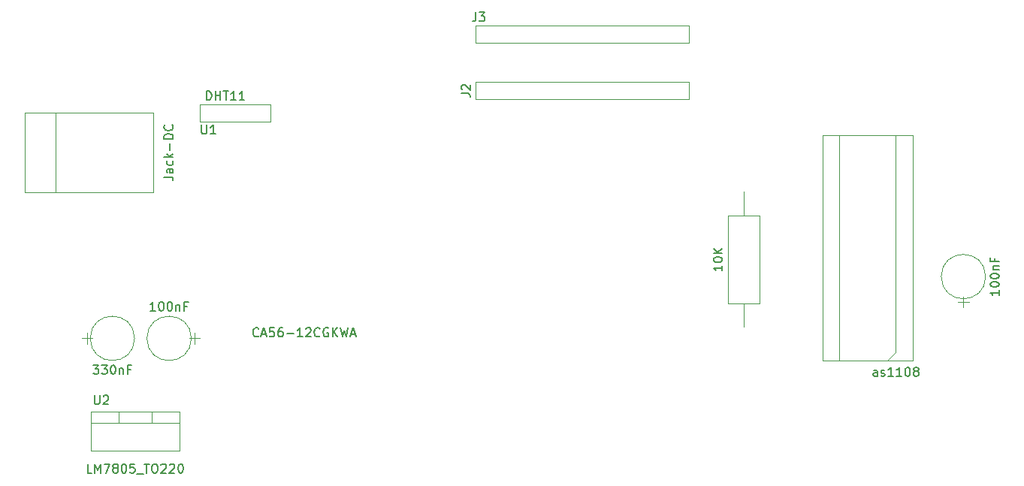
<source format=gbr>
G04 #@! TF.FileFunction,Other,Fab,Top*
%FSLAX46Y46*%
G04 Gerber Fmt 4.6, Leading zero omitted, Abs format (unit mm)*
G04 Created by KiCad (PCBNEW 4.0.7) date Fri Nov 23 17:56:45 2018*
%MOMM*%
%LPD*%
G01*
G04 APERTURE LIST*
%ADD10C,0.100000*%
%ADD11C,0.150000*%
G04 APERTURE END LIST*
D10*
X124540000Y-118150000D02*
X124540000Y-122550000D01*
X124540000Y-122550000D02*
X134540000Y-122550000D01*
X134540000Y-122550000D02*
X134540000Y-118150000D01*
X134540000Y-118150000D02*
X124540000Y-118150000D01*
X124540000Y-119420000D02*
X134540000Y-119420000D01*
X127690000Y-118150000D02*
X127690000Y-119420000D01*
X131390000Y-118150000D02*
X131390000Y-119420000D01*
X120610000Y-84400000D02*
X120610000Y-93400000D01*
X117110000Y-84400000D02*
X117110000Y-93400000D01*
X117110000Y-93400000D02*
X131610000Y-93400000D01*
X131610000Y-93400000D02*
X131610000Y-84400000D01*
X131610000Y-84400000D02*
X117110000Y-84400000D01*
X129480000Y-109855000D02*
G75*
G03X129480000Y-109855000I-2500000J0D01*
G01*
X123530000Y-109855000D02*
X124730000Y-109855000D01*
X124130000Y-109205000D02*
X124130000Y-110505000D01*
X225385000Y-102890000D02*
G75*
G03X225385000Y-102890000I-2500000J0D01*
G01*
X222885000Y-106340000D02*
X222885000Y-105140000D01*
X222235000Y-105740000D02*
X223535000Y-105740000D01*
X135870000Y-109855000D02*
G75*
G03X135870000Y-109855000I-2500000J0D01*
G01*
X136820000Y-109855000D02*
X135620000Y-109855000D01*
X136220000Y-110505000D02*
X136220000Y-109205000D01*
X199920000Y-96015000D02*
X196320000Y-96015000D01*
X196320000Y-96015000D02*
X196320000Y-105915000D01*
X196320000Y-105915000D02*
X199920000Y-105915000D01*
X199920000Y-105915000D02*
X199920000Y-96015000D01*
X198120000Y-93345000D02*
X198120000Y-96015000D01*
X198120000Y-108585000D02*
X198120000Y-105915000D01*
X214265000Y-112395000D02*
X208915000Y-112395000D01*
X208915000Y-112395000D02*
X208915000Y-86995000D01*
X208915000Y-86995000D02*
X215265000Y-86995000D01*
X215265000Y-86995000D02*
X215265000Y-111395000D01*
X215265000Y-111395000D02*
X214265000Y-112395000D01*
X217170000Y-112395000D02*
X217170000Y-86995000D01*
X217170000Y-86995000D02*
X207010000Y-86995000D01*
X207010000Y-86995000D02*
X207010000Y-112395000D01*
X207010000Y-112395000D02*
X217170000Y-112395000D01*
X167910000Y-82915000D02*
X191910000Y-82915000D01*
X191910000Y-82915000D02*
X191910000Y-80915000D01*
X191910000Y-80915000D02*
X167910000Y-80915000D01*
X167910000Y-80915000D02*
X167910000Y-82915000D01*
X167910000Y-76565000D02*
X191910000Y-76565000D01*
X191910000Y-76565000D02*
X191910000Y-74565000D01*
X191910000Y-74565000D02*
X167910000Y-74565000D01*
X167910000Y-74565000D02*
X167910000Y-76565000D01*
X136795000Y-85455000D02*
X144795000Y-85455000D01*
X144795000Y-85455000D02*
X144795000Y-83455000D01*
X144795000Y-83455000D02*
X136795000Y-83455000D01*
X136795000Y-83455000D02*
X136795000Y-85455000D01*
D11*
X124659048Y-125022381D02*
X124182857Y-125022381D01*
X124182857Y-124022381D01*
X124992381Y-125022381D02*
X124992381Y-124022381D01*
X125325715Y-124736667D01*
X125659048Y-124022381D01*
X125659048Y-125022381D01*
X126040000Y-124022381D02*
X126706667Y-124022381D01*
X126278095Y-125022381D01*
X127230476Y-124450952D02*
X127135238Y-124403333D01*
X127087619Y-124355714D01*
X127040000Y-124260476D01*
X127040000Y-124212857D01*
X127087619Y-124117619D01*
X127135238Y-124070000D01*
X127230476Y-124022381D01*
X127420953Y-124022381D01*
X127516191Y-124070000D01*
X127563810Y-124117619D01*
X127611429Y-124212857D01*
X127611429Y-124260476D01*
X127563810Y-124355714D01*
X127516191Y-124403333D01*
X127420953Y-124450952D01*
X127230476Y-124450952D01*
X127135238Y-124498571D01*
X127087619Y-124546190D01*
X127040000Y-124641429D01*
X127040000Y-124831905D01*
X127087619Y-124927143D01*
X127135238Y-124974762D01*
X127230476Y-125022381D01*
X127420953Y-125022381D01*
X127516191Y-124974762D01*
X127563810Y-124927143D01*
X127611429Y-124831905D01*
X127611429Y-124641429D01*
X127563810Y-124546190D01*
X127516191Y-124498571D01*
X127420953Y-124450952D01*
X128230476Y-124022381D02*
X128325715Y-124022381D01*
X128420953Y-124070000D01*
X128468572Y-124117619D01*
X128516191Y-124212857D01*
X128563810Y-124403333D01*
X128563810Y-124641429D01*
X128516191Y-124831905D01*
X128468572Y-124927143D01*
X128420953Y-124974762D01*
X128325715Y-125022381D01*
X128230476Y-125022381D01*
X128135238Y-124974762D01*
X128087619Y-124927143D01*
X128040000Y-124831905D01*
X127992381Y-124641429D01*
X127992381Y-124403333D01*
X128040000Y-124212857D01*
X128087619Y-124117619D01*
X128135238Y-124070000D01*
X128230476Y-124022381D01*
X129468572Y-124022381D02*
X128992381Y-124022381D01*
X128944762Y-124498571D01*
X128992381Y-124450952D01*
X129087619Y-124403333D01*
X129325715Y-124403333D01*
X129420953Y-124450952D01*
X129468572Y-124498571D01*
X129516191Y-124593810D01*
X129516191Y-124831905D01*
X129468572Y-124927143D01*
X129420953Y-124974762D01*
X129325715Y-125022381D01*
X129087619Y-125022381D01*
X128992381Y-124974762D01*
X128944762Y-124927143D01*
X129706667Y-125117619D02*
X130468572Y-125117619D01*
X130563810Y-124022381D02*
X131135239Y-124022381D01*
X130849524Y-125022381D02*
X130849524Y-124022381D01*
X131659048Y-124022381D02*
X131849525Y-124022381D01*
X131944763Y-124070000D01*
X132040001Y-124165238D01*
X132087620Y-124355714D01*
X132087620Y-124689048D01*
X132040001Y-124879524D01*
X131944763Y-124974762D01*
X131849525Y-125022381D01*
X131659048Y-125022381D01*
X131563810Y-124974762D01*
X131468572Y-124879524D01*
X131420953Y-124689048D01*
X131420953Y-124355714D01*
X131468572Y-124165238D01*
X131563810Y-124070000D01*
X131659048Y-124022381D01*
X132468572Y-124117619D02*
X132516191Y-124070000D01*
X132611429Y-124022381D01*
X132849525Y-124022381D01*
X132944763Y-124070000D01*
X132992382Y-124117619D01*
X133040001Y-124212857D01*
X133040001Y-124308095D01*
X132992382Y-124450952D01*
X132420953Y-125022381D01*
X133040001Y-125022381D01*
X133420953Y-124117619D02*
X133468572Y-124070000D01*
X133563810Y-124022381D01*
X133801906Y-124022381D01*
X133897144Y-124070000D01*
X133944763Y-124117619D01*
X133992382Y-124212857D01*
X133992382Y-124308095D01*
X133944763Y-124450952D01*
X133373334Y-125022381D01*
X133992382Y-125022381D01*
X134611429Y-124022381D02*
X134706668Y-124022381D01*
X134801906Y-124070000D01*
X134849525Y-124117619D01*
X134897144Y-124212857D01*
X134944763Y-124403333D01*
X134944763Y-124641429D01*
X134897144Y-124831905D01*
X134849525Y-124927143D01*
X134801906Y-124974762D01*
X134706668Y-125022381D01*
X134611429Y-125022381D01*
X134516191Y-124974762D01*
X134468572Y-124927143D01*
X134420953Y-124831905D01*
X134373334Y-124641429D01*
X134373334Y-124403333D01*
X134420953Y-124212857D01*
X134468572Y-124117619D01*
X134516191Y-124070000D01*
X134611429Y-124022381D01*
X124968095Y-116292381D02*
X124968095Y-117101905D01*
X125015714Y-117197143D01*
X125063333Y-117244762D01*
X125158571Y-117292381D01*
X125349048Y-117292381D01*
X125444286Y-117244762D01*
X125491905Y-117197143D01*
X125539524Y-117101905D01*
X125539524Y-116292381D01*
X125968095Y-116387619D02*
X126015714Y-116340000D01*
X126110952Y-116292381D01*
X126349048Y-116292381D01*
X126444286Y-116340000D01*
X126491905Y-116387619D01*
X126539524Y-116482857D01*
X126539524Y-116578095D01*
X126491905Y-116720952D01*
X125920476Y-117292381D01*
X126539524Y-117292381D01*
X132802381Y-91661904D02*
X133516667Y-91661904D01*
X133659524Y-91709524D01*
X133754762Y-91804762D01*
X133802381Y-91947619D01*
X133802381Y-92042857D01*
X133802381Y-90757142D02*
X133278571Y-90757142D01*
X133183333Y-90804761D01*
X133135714Y-90899999D01*
X133135714Y-91090476D01*
X133183333Y-91185714D01*
X133754762Y-90757142D02*
X133802381Y-90852380D01*
X133802381Y-91090476D01*
X133754762Y-91185714D01*
X133659524Y-91233333D01*
X133564286Y-91233333D01*
X133469048Y-91185714D01*
X133421429Y-91090476D01*
X133421429Y-90852380D01*
X133373810Y-90757142D01*
X133754762Y-89852380D02*
X133802381Y-89947618D01*
X133802381Y-90138095D01*
X133754762Y-90233333D01*
X133707143Y-90280952D01*
X133611905Y-90328571D01*
X133326190Y-90328571D01*
X133230952Y-90280952D01*
X133183333Y-90233333D01*
X133135714Y-90138095D01*
X133135714Y-89947618D01*
X133183333Y-89852380D01*
X133802381Y-89423809D02*
X132802381Y-89423809D01*
X133421429Y-89328571D02*
X133802381Y-89042856D01*
X133135714Y-89042856D02*
X133516667Y-89423809D01*
X133421429Y-88614285D02*
X133421429Y-87852380D01*
X133802381Y-87376190D02*
X132802381Y-87376190D01*
X132802381Y-87138095D01*
X132850000Y-86995237D01*
X132945238Y-86899999D01*
X133040476Y-86852380D01*
X133230952Y-86804761D01*
X133373810Y-86804761D01*
X133564286Y-86852380D01*
X133659524Y-86899999D01*
X133754762Y-86995237D01*
X133802381Y-87138095D01*
X133802381Y-87376190D01*
X133707143Y-85804761D02*
X133754762Y-85852380D01*
X133802381Y-85995237D01*
X133802381Y-86090475D01*
X133754762Y-86233333D01*
X133659524Y-86328571D01*
X133564286Y-86376190D01*
X133373810Y-86423809D01*
X133230952Y-86423809D01*
X133040476Y-86376190D01*
X132945238Y-86328571D01*
X132850000Y-86233333D01*
X132802381Y-86090475D01*
X132802381Y-85995237D01*
X132850000Y-85852380D01*
X132897619Y-85804761D01*
X143447143Y-109577143D02*
X143399524Y-109624762D01*
X143256667Y-109672381D01*
X143161429Y-109672381D01*
X143018571Y-109624762D01*
X142923333Y-109529524D01*
X142875714Y-109434286D01*
X142828095Y-109243810D01*
X142828095Y-109100952D01*
X142875714Y-108910476D01*
X142923333Y-108815238D01*
X143018571Y-108720000D01*
X143161429Y-108672381D01*
X143256667Y-108672381D01*
X143399524Y-108720000D01*
X143447143Y-108767619D01*
X143828095Y-109386667D02*
X144304286Y-109386667D01*
X143732857Y-109672381D02*
X144066190Y-108672381D01*
X144399524Y-109672381D01*
X145209048Y-108672381D02*
X144732857Y-108672381D01*
X144685238Y-109148571D01*
X144732857Y-109100952D01*
X144828095Y-109053333D01*
X145066191Y-109053333D01*
X145161429Y-109100952D01*
X145209048Y-109148571D01*
X145256667Y-109243810D01*
X145256667Y-109481905D01*
X145209048Y-109577143D01*
X145161429Y-109624762D01*
X145066191Y-109672381D01*
X144828095Y-109672381D01*
X144732857Y-109624762D01*
X144685238Y-109577143D01*
X146113810Y-108672381D02*
X145923333Y-108672381D01*
X145828095Y-108720000D01*
X145780476Y-108767619D01*
X145685238Y-108910476D01*
X145637619Y-109100952D01*
X145637619Y-109481905D01*
X145685238Y-109577143D01*
X145732857Y-109624762D01*
X145828095Y-109672381D01*
X146018572Y-109672381D01*
X146113810Y-109624762D01*
X146161429Y-109577143D01*
X146209048Y-109481905D01*
X146209048Y-109243810D01*
X146161429Y-109148571D01*
X146113810Y-109100952D01*
X146018572Y-109053333D01*
X145828095Y-109053333D01*
X145732857Y-109100952D01*
X145685238Y-109148571D01*
X145637619Y-109243810D01*
X146637619Y-109291429D02*
X147399524Y-109291429D01*
X148399524Y-109672381D02*
X147828095Y-109672381D01*
X148113809Y-109672381D02*
X148113809Y-108672381D01*
X148018571Y-108815238D01*
X147923333Y-108910476D01*
X147828095Y-108958095D01*
X148780476Y-108767619D02*
X148828095Y-108720000D01*
X148923333Y-108672381D01*
X149161429Y-108672381D01*
X149256667Y-108720000D01*
X149304286Y-108767619D01*
X149351905Y-108862857D01*
X149351905Y-108958095D01*
X149304286Y-109100952D01*
X148732857Y-109672381D01*
X149351905Y-109672381D01*
X150351905Y-109577143D02*
X150304286Y-109624762D01*
X150161429Y-109672381D01*
X150066191Y-109672381D01*
X149923333Y-109624762D01*
X149828095Y-109529524D01*
X149780476Y-109434286D01*
X149732857Y-109243810D01*
X149732857Y-109100952D01*
X149780476Y-108910476D01*
X149828095Y-108815238D01*
X149923333Y-108720000D01*
X150066191Y-108672381D01*
X150161429Y-108672381D01*
X150304286Y-108720000D01*
X150351905Y-108767619D01*
X151304286Y-108720000D02*
X151209048Y-108672381D01*
X151066191Y-108672381D01*
X150923333Y-108720000D01*
X150828095Y-108815238D01*
X150780476Y-108910476D01*
X150732857Y-109100952D01*
X150732857Y-109243810D01*
X150780476Y-109434286D01*
X150828095Y-109529524D01*
X150923333Y-109624762D01*
X151066191Y-109672381D01*
X151161429Y-109672381D01*
X151304286Y-109624762D01*
X151351905Y-109577143D01*
X151351905Y-109243810D01*
X151161429Y-109243810D01*
X151780476Y-109672381D02*
X151780476Y-108672381D01*
X152351905Y-109672381D02*
X151923333Y-109100952D01*
X152351905Y-108672381D02*
X151780476Y-109243810D01*
X152685238Y-108672381D02*
X152923333Y-109672381D01*
X153113810Y-108958095D01*
X153304286Y-109672381D01*
X153542381Y-108672381D01*
X153875714Y-109386667D02*
X154351905Y-109386667D01*
X153780476Y-109672381D02*
X154113809Y-108672381D01*
X154447143Y-109672381D01*
X124813333Y-112867381D02*
X125432381Y-112867381D01*
X125099047Y-113248333D01*
X125241905Y-113248333D01*
X125337143Y-113295952D01*
X125384762Y-113343571D01*
X125432381Y-113438810D01*
X125432381Y-113676905D01*
X125384762Y-113772143D01*
X125337143Y-113819762D01*
X125241905Y-113867381D01*
X124956190Y-113867381D01*
X124860952Y-113819762D01*
X124813333Y-113772143D01*
X125765714Y-112867381D02*
X126384762Y-112867381D01*
X126051428Y-113248333D01*
X126194286Y-113248333D01*
X126289524Y-113295952D01*
X126337143Y-113343571D01*
X126384762Y-113438810D01*
X126384762Y-113676905D01*
X126337143Y-113772143D01*
X126289524Y-113819762D01*
X126194286Y-113867381D01*
X125908571Y-113867381D01*
X125813333Y-113819762D01*
X125765714Y-113772143D01*
X127003809Y-112867381D02*
X127099048Y-112867381D01*
X127194286Y-112915000D01*
X127241905Y-112962619D01*
X127289524Y-113057857D01*
X127337143Y-113248333D01*
X127337143Y-113486429D01*
X127289524Y-113676905D01*
X127241905Y-113772143D01*
X127194286Y-113819762D01*
X127099048Y-113867381D01*
X127003809Y-113867381D01*
X126908571Y-113819762D01*
X126860952Y-113772143D01*
X126813333Y-113676905D01*
X126765714Y-113486429D01*
X126765714Y-113248333D01*
X126813333Y-113057857D01*
X126860952Y-112962619D01*
X126908571Y-112915000D01*
X127003809Y-112867381D01*
X127765714Y-113200714D02*
X127765714Y-113867381D01*
X127765714Y-113295952D02*
X127813333Y-113248333D01*
X127908571Y-113200714D01*
X128051429Y-113200714D01*
X128146667Y-113248333D01*
X128194286Y-113343571D01*
X128194286Y-113867381D01*
X129003810Y-113343571D02*
X128670476Y-113343571D01*
X128670476Y-113867381D02*
X128670476Y-112867381D01*
X129146667Y-112867381D01*
X226897381Y-104437619D02*
X226897381Y-105009048D01*
X226897381Y-104723334D02*
X225897381Y-104723334D01*
X226040238Y-104818572D01*
X226135476Y-104913810D01*
X226183095Y-105009048D01*
X225897381Y-103818572D02*
X225897381Y-103723333D01*
X225945000Y-103628095D01*
X225992619Y-103580476D01*
X226087857Y-103532857D01*
X226278333Y-103485238D01*
X226516429Y-103485238D01*
X226706905Y-103532857D01*
X226802143Y-103580476D01*
X226849762Y-103628095D01*
X226897381Y-103723333D01*
X226897381Y-103818572D01*
X226849762Y-103913810D01*
X226802143Y-103961429D01*
X226706905Y-104009048D01*
X226516429Y-104056667D01*
X226278333Y-104056667D01*
X226087857Y-104009048D01*
X225992619Y-103961429D01*
X225945000Y-103913810D01*
X225897381Y-103818572D01*
X225897381Y-102866191D02*
X225897381Y-102770952D01*
X225945000Y-102675714D01*
X225992619Y-102628095D01*
X226087857Y-102580476D01*
X226278333Y-102532857D01*
X226516429Y-102532857D01*
X226706905Y-102580476D01*
X226802143Y-102628095D01*
X226849762Y-102675714D01*
X226897381Y-102770952D01*
X226897381Y-102866191D01*
X226849762Y-102961429D01*
X226802143Y-103009048D01*
X226706905Y-103056667D01*
X226516429Y-103104286D01*
X226278333Y-103104286D01*
X226087857Y-103056667D01*
X225992619Y-103009048D01*
X225945000Y-102961429D01*
X225897381Y-102866191D01*
X226230714Y-102104286D02*
X226897381Y-102104286D01*
X226325952Y-102104286D02*
X226278333Y-102056667D01*
X226230714Y-101961429D01*
X226230714Y-101818571D01*
X226278333Y-101723333D01*
X226373571Y-101675714D01*
X226897381Y-101675714D01*
X226373571Y-100866190D02*
X226373571Y-101199524D01*
X226897381Y-101199524D02*
X225897381Y-101199524D01*
X225897381Y-100723333D01*
X131822381Y-106747381D02*
X131250952Y-106747381D01*
X131536666Y-106747381D02*
X131536666Y-105747381D01*
X131441428Y-105890238D01*
X131346190Y-105985476D01*
X131250952Y-106033095D01*
X132441428Y-105747381D02*
X132536667Y-105747381D01*
X132631905Y-105795000D01*
X132679524Y-105842619D01*
X132727143Y-105937857D01*
X132774762Y-106128333D01*
X132774762Y-106366429D01*
X132727143Y-106556905D01*
X132679524Y-106652143D01*
X132631905Y-106699762D01*
X132536667Y-106747381D01*
X132441428Y-106747381D01*
X132346190Y-106699762D01*
X132298571Y-106652143D01*
X132250952Y-106556905D01*
X132203333Y-106366429D01*
X132203333Y-106128333D01*
X132250952Y-105937857D01*
X132298571Y-105842619D01*
X132346190Y-105795000D01*
X132441428Y-105747381D01*
X133393809Y-105747381D02*
X133489048Y-105747381D01*
X133584286Y-105795000D01*
X133631905Y-105842619D01*
X133679524Y-105937857D01*
X133727143Y-106128333D01*
X133727143Y-106366429D01*
X133679524Y-106556905D01*
X133631905Y-106652143D01*
X133584286Y-106699762D01*
X133489048Y-106747381D01*
X133393809Y-106747381D01*
X133298571Y-106699762D01*
X133250952Y-106652143D01*
X133203333Y-106556905D01*
X133155714Y-106366429D01*
X133155714Y-106128333D01*
X133203333Y-105937857D01*
X133250952Y-105842619D01*
X133298571Y-105795000D01*
X133393809Y-105747381D01*
X134155714Y-106080714D02*
X134155714Y-106747381D01*
X134155714Y-106175952D02*
X134203333Y-106128333D01*
X134298571Y-106080714D01*
X134441429Y-106080714D01*
X134536667Y-106128333D01*
X134584286Y-106223571D01*
X134584286Y-106747381D01*
X135393810Y-106223571D02*
X135060476Y-106223571D01*
X135060476Y-106747381D02*
X135060476Y-105747381D01*
X135536667Y-105747381D01*
X195712381Y-101655476D02*
X195712381Y-102226905D01*
X195712381Y-101941191D02*
X194712381Y-101941191D01*
X194855238Y-102036429D01*
X194950476Y-102131667D01*
X194998095Y-102226905D01*
X194712381Y-101036429D02*
X194712381Y-100941190D01*
X194760000Y-100845952D01*
X194807619Y-100798333D01*
X194902857Y-100750714D01*
X195093333Y-100703095D01*
X195331429Y-100703095D01*
X195521905Y-100750714D01*
X195617143Y-100798333D01*
X195664762Y-100845952D01*
X195712381Y-100941190D01*
X195712381Y-101036429D01*
X195664762Y-101131667D01*
X195617143Y-101179286D01*
X195521905Y-101226905D01*
X195331429Y-101274524D01*
X195093333Y-101274524D01*
X194902857Y-101226905D01*
X194807619Y-101179286D01*
X194760000Y-101131667D01*
X194712381Y-101036429D01*
X195712381Y-100274524D02*
X194712381Y-100274524D01*
X195712381Y-99703095D02*
X195140952Y-100131667D01*
X194712381Y-99703095D02*
X195283810Y-100274524D01*
X213169762Y-114117381D02*
X213169762Y-113593571D01*
X213122143Y-113498333D01*
X213026905Y-113450714D01*
X212836428Y-113450714D01*
X212741190Y-113498333D01*
X213169762Y-114069762D02*
X213074524Y-114117381D01*
X212836428Y-114117381D01*
X212741190Y-114069762D01*
X212693571Y-113974524D01*
X212693571Y-113879286D01*
X212741190Y-113784048D01*
X212836428Y-113736429D01*
X213074524Y-113736429D01*
X213169762Y-113688810D01*
X213598333Y-114069762D02*
X213693571Y-114117381D01*
X213884047Y-114117381D01*
X213979286Y-114069762D01*
X214026905Y-113974524D01*
X214026905Y-113926905D01*
X213979286Y-113831667D01*
X213884047Y-113784048D01*
X213741190Y-113784048D01*
X213645952Y-113736429D01*
X213598333Y-113641190D01*
X213598333Y-113593571D01*
X213645952Y-113498333D01*
X213741190Y-113450714D01*
X213884047Y-113450714D01*
X213979286Y-113498333D01*
X214979286Y-114117381D02*
X214407857Y-114117381D01*
X214693571Y-114117381D02*
X214693571Y-113117381D01*
X214598333Y-113260238D01*
X214503095Y-113355476D01*
X214407857Y-113403095D01*
X215931667Y-114117381D02*
X215360238Y-114117381D01*
X215645952Y-114117381D02*
X215645952Y-113117381D01*
X215550714Y-113260238D01*
X215455476Y-113355476D01*
X215360238Y-113403095D01*
X216550714Y-113117381D02*
X216645953Y-113117381D01*
X216741191Y-113165000D01*
X216788810Y-113212619D01*
X216836429Y-113307857D01*
X216884048Y-113498333D01*
X216884048Y-113736429D01*
X216836429Y-113926905D01*
X216788810Y-114022143D01*
X216741191Y-114069762D01*
X216645953Y-114117381D01*
X216550714Y-114117381D01*
X216455476Y-114069762D01*
X216407857Y-114022143D01*
X216360238Y-113926905D01*
X216312619Y-113736429D01*
X216312619Y-113498333D01*
X216360238Y-113307857D01*
X216407857Y-113212619D01*
X216455476Y-113165000D01*
X216550714Y-113117381D01*
X217455476Y-113545952D02*
X217360238Y-113498333D01*
X217312619Y-113450714D01*
X217265000Y-113355476D01*
X217265000Y-113307857D01*
X217312619Y-113212619D01*
X217360238Y-113165000D01*
X217455476Y-113117381D01*
X217645953Y-113117381D01*
X217741191Y-113165000D01*
X217788810Y-113212619D01*
X217836429Y-113307857D01*
X217836429Y-113355476D01*
X217788810Y-113450714D01*
X217741191Y-113498333D01*
X217645953Y-113545952D01*
X217455476Y-113545952D01*
X217360238Y-113593571D01*
X217312619Y-113641190D01*
X217265000Y-113736429D01*
X217265000Y-113926905D01*
X217312619Y-114022143D01*
X217360238Y-114069762D01*
X217455476Y-114117381D01*
X217645953Y-114117381D01*
X217741191Y-114069762D01*
X217788810Y-114022143D01*
X217836429Y-113926905D01*
X217836429Y-113736429D01*
X217788810Y-113641190D01*
X217741191Y-113593571D01*
X217645953Y-113545952D01*
X166302381Y-82248333D02*
X167016667Y-82248333D01*
X167159524Y-82295953D01*
X167254762Y-82391191D01*
X167302381Y-82534048D01*
X167302381Y-82629286D01*
X166397619Y-81819762D02*
X166350000Y-81772143D01*
X166302381Y-81676905D01*
X166302381Y-81438809D01*
X166350000Y-81343571D01*
X166397619Y-81295952D01*
X166492857Y-81248333D01*
X166588095Y-81248333D01*
X166730952Y-81295952D01*
X167302381Y-81867381D01*
X167302381Y-81248333D01*
X167941667Y-73112381D02*
X167941667Y-73826667D01*
X167894047Y-73969524D01*
X167798809Y-74064762D01*
X167655952Y-74112381D01*
X167560714Y-74112381D01*
X168322619Y-73112381D02*
X168941667Y-73112381D01*
X168608333Y-73493333D01*
X168751191Y-73493333D01*
X168846429Y-73540952D01*
X168894048Y-73588571D01*
X168941667Y-73683810D01*
X168941667Y-73921905D01*
X168894048Y-74017143D01*
X168846429Y-74064762D01*
X168751191Y-74112381D01*
X168465476Y-74112381D01*
X168370238Y-74064762D01*
X168322619Y-74017143D01*
X137580952Y-83002381D02*
X137580952Y-82002381D01*
X137819047Y-82002381D01*
X137961905Y-82050000D01*
X138057143Y-82145238D01*
X138104762Y-82240476D01*
X138152381Y-82430952D01*
X138152381Y-82573810D01*
X138104762Y-82764286D01*
X138057143Y-82859524D01*
X137961905Y-82954762D01*
X137819047Y-83002381D01*
X137580952Y-83002381D01*
X138580952Y-83002381D02*
X138580952Y-82002381D01*
X138580952Y-82478571D02*
X139152381Y-82478571D01*
X139152381Y-83002381D02*
X139152381Y-82002381D01*
X139485714Y-82002381D02*
X140057143Y-82002381D01*
X139771428Y-83002381D02*
X139771428Y-82002381D01*
X140914286Y-83002381D02*
X140342857Y-83002381D01*
X140628571Y-83002381D02*
X140628571Y-82002381D01*
X140533333Y-82145238D01*
X140438095Y-82240476D01*
X140342857Y-82288095D01*
X141866667Y-83002381D02*
X141295238Y-83002381D01*
X141580952Y-83002381D02*
X141580952Y-82002381D01*
X141485714Y-82145238D01*
X141390476Y-82240476D01*
X141295238Y-82288095D01*
X137033095Y-85812381D02*
X137033095Y-86621905D01*
X137080714Y-86717143D01*
X137128333Y-86764762D01*
X137223571Y-86812381D01*
X137414048Y-86812381D01*
X137509286Y-86764762D01*
X137556905Y-86717143D01*
X137604524Y-86621905D01*
X137604524Y-85812381D01*
X138604524Y-86812381D02*
X138033095Y-86812381D01*
X138318809Y-86812381D02*
X138318809Y-85812381D01*
X138223571Y-85955238D01*
X138128333Y-86050476D01*
X138033095Y-86098095D01*
M02*

</source>
